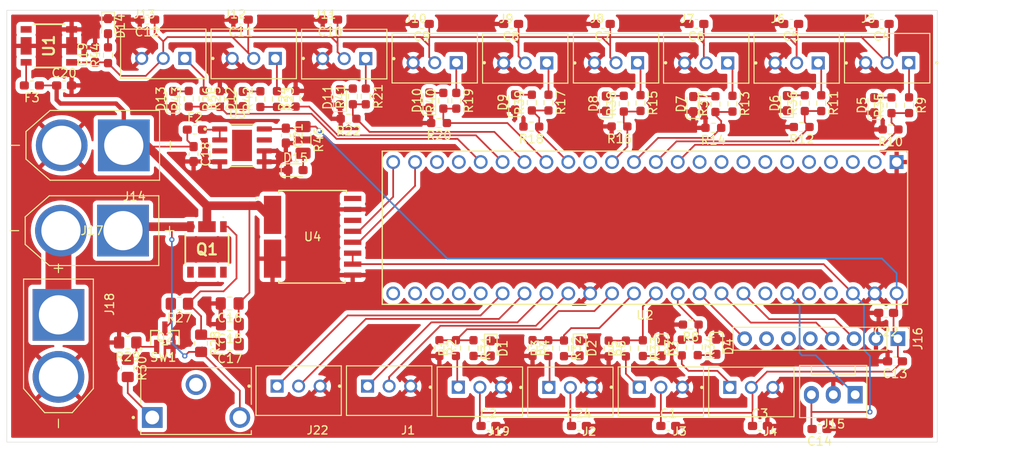
<source format=kicad_pcb>
(kicad_pcb (version 20240108) (generator "pcbnew") (generator_version "8.0")
  (layers (0 "F.Cu" signal) (31 "B.Cu" signal) (34 "B.Paste" user) (35 "F.Paste" user) (36 "B.SilkS" user "B.Silkscreen") (37 "F.SilkS" user "F.Silkscreen") (38 "B.Mask" user) (39 "F.Mask" user) (44 "Edge.Cuts" user))
  (net 0 "")
  (net 1 "+5V")
  (net 2 "GND1")
  (net 3 "+12V")
  (net 4 "+3.3V")
  (net 5 "44.4V")
  (net 6 "Net-(Q1-G)")
  (net 7 "Signal Start Module")
  (net 8 "Net-(J17-NEG)")
  (net 9 "Line Sensor 1 3.3V")
  (net 10 "Line Sensor 1 5v")
  (net 11 "Line Sensor 2 5v")
  (net 12 "Line Sensor 2 3.3V")
  (net 13 "Line Sensor 3 5v")
  (net 14 "Line Sensor 3 3.3V")
  (net 15 "Line Sensor 4 5v")
  (net 16 "Line Sensor 4 3.3V")
  (net 17 "Distance Sensor 1 12V")
  (net 18 "Distance Sensor 1 3.3V")
  (net 19 "Distance Sensor 2 12V")
  (net 20 "Distance Sensor 2 3.3V")
  (net 21 "Distance Sensor 3 3.3V")
  (net 22 "Distance Sensor 3 12V")
  (net 23 "Distance Sensor 4 12V")
  (net 24 "Distance Sensor 4 3.3V")
  (net 25 "Distance Sensor 5 3.3V")
  (net 26 "Distance Sensor 5 12V")
  (net 27 "Distance Sensor 6 12V")
  (net 28 "Distance Sensor 6 3.3V")
  (net 29 "Distance Sensor 7 3.3V")
  (net 30 "Distance Sensor 7 12V")
  (net 31 "Distance Sensor 8 3.3V")
  (net 32 "Distance Sensor 8 12V")
  (net 33 "Distance Sensor 9 3.3V")
  (net 34 "Distance Sensor 9 12V")
  (net 35 "Net-(Q2-D)")
  (net 36 "Net-(Q2-G)")
  (net 37 "Net-(SW1-A)")
  (net 38 "Net-(D1-A)")
  (net 39 "Net-(D2-A)")
  (net 40 "Net-(D3-A)")
  (net 41 "Net-(D4-A)")
  (net 42 "Net-(D5-A)")
  (net 43 "Net-(D6-A)")
  (net 44 "Net-(D7-A)")
  (net 45 "Net-(D8-A)")
  (net 46 "Net-(D9-A)")
  (net 47 "Net-(D10-A)")
  (net 48 "Net-(D11-A)")
  (net 49 "Net-(D12-A)")
  (net 50 "Net-(D13-A)")
  (net 51 "Net-(D15-A)")
  (net 52 "Net-(D14-A)")
  (net 53 "PWM MD2")
  (net 54 "Direction MD2")
  (net 55 "SDA")
  (net 56 "PWM MD1")
  (net 57 "Direction MD1")
  (net 60 "SCL")
  (net 66 "Interupt")
  (net 81 "Net-(U3-EN)")
  (net 82 "Net-(U1-VIN)")
  (net 85 "Vref Current Sensor")
  (net 86 "Vout Current Sensor")
  (net 87 "Net-(J17-POS)")
  (footprint "Resistor_SMD:R_0805_2012Metric_Pad1.20x1.40mm_HandSolder" (layer "F.Cu") (at 62.38 60.44 180)
    (property "Reference" "R27")
    (property "Value" "15k")
  )
  (footprint "LED_SMD:LED_0603_1608Metric_Pad1.05x0.95mm_HandSolder" (layer "F.Cu") (at 124.68 65.435 -90)
    (property "Reference" "D4")
    (property "Value" "LED")
  )
  (footprint "Teensy try:Teensy41 (1)" (layer "F.Cu") (at 116.39 51.62 180)
    (property "Reference" "U2")
    (property "Value" "Teensy4.1")
  )
  (footprint "XT60-M:AMASS_XT60-M" (layer "F.Cu") (at 52.23 51.96 180)
    (property "Reference" "J17")
    (property "Value" "XT60-M")
  )
  (footprint "Capacitor_SMD:C_0603_1608Metric_Pad1.08x0.95mm_HandSolder" (layer "F.Cu") (at 58.6375 27.475 180)
    (property "Reference" "C12")
    (property "Value" "C")
  )
  (footprint "Resistor_SMD:R_0603_1608Metric_Pad0.98x0.95mm_HandSolder" (layer "F.Cu") (at 120.67 65.5275 90)
    (property "Reference" "R7")
    (property "Value" "R")
  )
  (footprint "Resistor_SMD:R_0603_1608Metric_Pad0.98x0.95mm_HandSolder" (layer "F.Cu") (at 105.2 37.1025 -90)
    (property "Reference" "R17")
    (property "Value" "R")
  )
  (footprint "LED_SMD:LED_0603_1608Metric_Pad1.05x0.95mm_HandSolder" (layer "F.Cu") (at 122 37.275 90)
    (property "Reference" "D7")
    (property "Value" "LED")
  )
  (footprint "LED_SMD:LED_0603_1608Metric_Pad1.05x0.95mm_HandSolder" (layer "F.Cu") (at 143 37.4 90)
    (property "Reference" "D5")
    (property "Value" "LED")
  )
  (footprint "Jst Xh 2.5-3 Pin:JST_B3B-XH-A_LF__SN_" (layer "F.Cu") (at 107.74 70.675 180)
    (property "Reference" "J2")
    (property "Value" "Conn_01x03_MountingPin")
  )
  (footprint "Jst Xh 2.5-3 Pin:JST_B3B-XH-A_LF__SN_" (layer "F.Cu") (at 123.5 31.975)
    (property "Reference" "J7")
    (property "Value" "Conn_01x03_MountingPin")
  )
  (footprint "Capacitor_SMD:C_0603_1608Metric_Pad1.08x0.95mm_HandSolder" (layer "F.Cu") (at 90.5 27.975 180)
    (property "Reference" "C9")
    (property "Value" "C")
  )
  (footprint "LED_SMD:LED_0603_1608Metric_Pad1.05x0.95mm_HandSolder" (layer "F.Cu") (at 111.86 37.215 90)
    (property "Reference" "D8")
    (property "Value" "LED")
  )
  (footprint "Capacitor_SMD:C_0603_1608Metric_Pad1.08x0.95mm_HandSolder" (layer "F.Cu") (at 98.24 74.625)
    (property "Reference" "C2")
    (property "Value" "C")
  )
  (footprint "Capacitor_SMD:C_0603_1608Metric_Pad1.08x0.95mm_HandSolder" (layer "F.Cu") (at 64.02 43.0725 -90)
    (property "Reference" "C18")
    (property "Value" "C")
  )
  (footprint "Capacitor_SMD:C_0603_1608Metric_Pad1.08x0.95mm_HandSolder" (layer "F.Cu") (at 144.3775 61.5 180)
    (property "Reference" "C22")
    (property "Value" "C")
  )
  (footprint "Connector_PinHeader_2.54mm:PinHeader_1x08_P2.54mm_Vertical" (layer "F.Cu") (at 145.74 64.5 -90)
    (property "Reference" "J16")
    (property "Value" "Conn_01x08_Pin")
  )
  (footprint "LED_SMD:LED_0603_1608Metric_Pad1.05x0.95mm_HandSolder" (layer "F.Cu") (at 54.09 28.235 -90)
    (property "Reference" "D14")
    (property "Value" "LED")
  )
  (footprint "Capacitor_SMD:C_0603_1608Metric_Pad1.08x0.95mm_HandSolder" (layer "F.Cu") (at 79.8625 27.475 180)
    (property "Reference" "C10")
    (property "Value" "C")
  )
  (footprint "Resistor_SMD:R_0603_1608Metric_Pad0.98x0.95mm_HandSolder" (layer "F.Cu") (at 134.5775 39.93 180)
    (property "Reference" "R12")
    (property "Value" "R")
  )
  (footprint "Capacitor_SMD:C_0603_1608Metric_Pad1.08x0.95mm_HandSolder" (layer "F.Cu") (at 145.41 67.125 180)
    (property "Reference" "C13")
    (property "Value" "C")
  )
  (footprint "Resistor_SMD:R_0603_1608Metric_Pad0.98x0.95mm_HandSolder" (layer "F.Cu") (at 103.35 65.5825 -90)
    (property "Reference" "R4")
    (property "Value" "R")
  )
  (footprint "Resistor_SMD:R_0603_1608Metric_Pad0.98x0.95mm_HandSolder" (layer "F.Cu") (at 144.8925 40.22 180)
    (property "Reference" "R10")
    (property "Value" "R")
  )
  (footprint "Resistor_SMD:R_0603_1608Metric_Pad0.98x0.95mm_HandSolder" (layer "F.Cu") (at 93 36.8875 90)
    (property "Reference" "R40")
    (property "Value" "R")
  )
  (footprint "Resistor_SMD:R_0603_1608Metric_Pad0.98x0.95mm_HandSolder" (layer "F.Cu") (at 122.52 65.4925 -90)
    (property "Reference" "R34")
    (property "Value" "R")
  )
  (footprint "Jst Xh 2.5-3 Pin:JST_B3B-XH-A_LF__SN_" (layer "F.Cu") (at 128.74 70.675 180)
    (property "Reference" "J4")
    (property "Value" "Conn_01x03_MountingPin")
  )
  (footprint "12Vvoltagereg:S1142A50IE6T1U" (layer "F.Cu") (at 47.23 30.52 90)
    (property "Reference" "U1")
    (property "Value" "S-1142DA0I-E6T1U" (hide yes))
  )
  (footprint "TQL850CSV50_RLG(5vmotordriver):SOIC127P600X170-9N" (layer "F.Cu") (at 69.64 42.07)
    (property "Reference" "U3")
    (property "Value" "TQL850CSV50_RLG")
  )
  (footprint "Resistor_SMD:R_0603_1608Metric_Pad0.98x0.95mm_HandSolder" (layer "F.Cu") (at 73.69 36.6875 -90)
    (property "Reference" "R23")
    (property "Value" "R")
  )
  (footprint "LED_SMD:LED_0603_1608Metric_Pad1.05x0.95mm_HandSolder" (layer "F.Cu") (at 98.5 65.625 -90)
    (property "Reference" "D1")
    (property "Value" "LED")
  )
  (footprint "Resistor_SMD:R_0603_1608Metric_Pad0.98x0.95mm_HandSolder" (layer "F.Cu") (at 75.86 36.6525 90)
    (property "Reference" "R24")
    (property "Value" "R")
  )
  (footprint "Resistor_SMD:R_0603_1608Metric_Pad0.98x0.95mm_HandSolder" (layer "F.Cu") (at 103.21 39.89 180)
    (property "Reference" "R18")
    (property "Value" "R")
  )
  (footprint "Capacitor_SMD:C_0603_1608Metric_Pad1.08x0.95mm_HandSolder" (layer "F.Cu") (at 48.9925 35.11)
    (property "Reference" "C20")
    (property "Value" "C")
  )
  (footprint "Capacitor_SMD:C_0805_2012Metric_Pad1.18x1.45mm_HandSolder" (layer "F.Cu") (at 68.2275 65.13 180)
    (property "Reference" "C17")
    (property "Value" "1uF")
  )
  (footprint "Jst Xh 2.5-3 Pin:JST_B3B-XH-A_LF__SN_" (layer "F.Cu") (at 60.5 31.45)
    (property "Reference" "J13")
    (property "Value" "Conn_01x03_MountingPin")
  )
  (footprint "Resistor_SMD:R_0603_1608Metric_Pad0.98x0.95mm_HandSolder" (layer "F.Cu") (at 124.57 37.2775 90)
    (property "Reference" "R37")
    (property "Value" "R")
  )
  (footprint "Resistor_SMD:R_0603_1608Metric_Pad0.98x0.95mm_HandSolder" (layer "F.Cu") (at 103.27 37.1025 90)
    (property "Reference" "R39")
    (property "Value" "R")
  )
  (footprint "LED_SMD:LED_0603_1608Metric_Pad1.05x0.95mm_HandSolder" (layer "F.Cu") (at 108.81 65.605 -90)
    (property "Reference" "D2")
    (property "Value" "LED")
  )
  (footprint "Resistor_SMD:R_0805_2012Metric_Pad1.20x1.40mm_HandSolder" (layer "F.Cu") (at 56.38 67.94 -90)
    (property "Reference" "R30")
    (property "Value" "8k")
  )
  (footprint "Jst Xh 2.5-3 Pin:JST_B3B-XH-A_LF__SN_" (layer "F.Cu") (at 86.71 70.525 180)
    (property "Reference" "J1")
    (property "Value" "Conn_01x03_MountingPin")
  )
  (footprint "LED_SMD:LED_0603_1608Metric_Pad1.05x0.95mm_HandSolder" (layer "F.Cu") (at 91.375 36.85 90)
    (property "Reference" "D10")
    (property "Value" "LED")
  )
  (footprint "Resistor_SMD:R_0805_2012Metric_Pad1.20x1.40mm_HandSolder" (layer "F.Cu") (at 64.89 65.03 -90)
    (property "Reference" "R28")
    (property "Value" "10k")
  )
  (footprint "Resistor_SMD:R_0603_1608Metric_Pad0.98x0.95mm_HandSolder" (layer "F.Cu") (at 145 37.4125 90)
    (property "Reference" "R35")
    (property "Value" "R")
  )
  (footprint "LED_SMD:LED_0603_1608Metric_Pad1.05x0.95mm_HandSolder" (layer "F.Cu") (at 101.32 37.065 90)
    (property "Reference" "D9")
    (property "Value" "LED")
  )
  (footprint "Capacitor_SMD:C_0603_1608Metric_Pad1.08x0.95mm_HandSolder" (layer "F.Cu") (at 119.1025 74.625)
    (property "Reference" "C1")
    (property "Value" "C")
  )
  (footprint "Jst Xh 2.5-3 Pin:JST_B3B-XH-A_LF__SN_" (layer "F.Cu") (at 144.5 31.95)
    (property "Reference" "J5")
    (property "Value" "Conn_01x03_MountingPin")
  )
  (footprint "Resistor_SMD:R_0805_2012Metric_Pad1.20x1.40mm_HandSolder" (layer "F.Cu") (at 56.38 64.94 180)
    (property "Reference" "R29")
    (property "Value" "1k")
  )
  (footprint "Resistor_SMD:R_0603_1608Metric_Pad0.98x0.95mm_HandSolder" (layer "F.Cu") (at 116.15 65.5975 -90)
    (property "Reference" "R33")
    (property "Value" "R")
  )
  (footprint "Resistor_SMD:R_0603_1608Metric_Pad0.98x0.95mm_HandSolder" (layer "F.Cu") (at 124.33 40.03 180)
    (property "Reference" "R14")
    (property "Value" "R")
  )
  (footprint "Capacitor_SMD:C_0603_1608Metric_Pad1.08x0.95mm_HandSolder" (layer "F.Cu") (at 111.5 27.975 180)
    (property "Reference" "C7")
    (property "Value" "C")
  )
  (footprint "Capacitor_SMD:C_0603_1608Metric_Pad1.08x0.95mm_HandSolder" (layer "F.Cu") (at 136.6525 74.975 180)
    (property "Reference" "C14")
    (property "Value" "C")
  )
  (footprint "Resistor_SMD:R_0603_1608Metric_Pad0.98x0.95mm_HandSolder" (layer "F.Cu") (at 71.77 36.6975 90)
    (property "Reference" "R42")
    (property "Value" "R")
  )
  (footprint "Capacitor_SMD:C_0603_1608Metric_Pad1.08x0.95mm_HandSolder" (layer "F.Cu") (at 122.3625 27.975 180)
    (property "Reference" "C6")
    (property "Value" "C")
  )
  (footprint "Resistor_SMD:R_0603_1608Metric_Pad0.98x0.95mm_HandSolder" (layer "F.Cu") (at 126.55 37.23 -90)
    (property "Reference" "R13")
    (property "Value" "R")
  )
  (footprint "Capacitor_SMD:C_0805_2012Metric_Pad1.18x1.45mm_HandSolder" (layer "F.Cu") (at 68.21 60.41 180)
    (property "Reference" "C16")
    (property "Value" "1uF")
  )
  (footprint "XT60-M:AMASS_XT60-M" (layer "F.Cu") (at 48.34 65.33 -90)
    (property "Reference" "J18")
    (property "Value" "XT60-M")
  )
  (footprint "Capacitor_SMD:C_0603_1608Metric_Pad1.08x0.95mm_HandSolder" (layer "F.Cu") (at 133.3625 27.975 180)
    (property "Reference" "C5")
    (property "Value" "C")
  )
  (footprint "Resistor_SMD:R_0603_1608Metric_Pad0.98x0.95mm_HandSolder" (layer "F.Cu") (at 147.04 37.4075 -90)
    (property "Reference" "R9")
    (property "Value" "R")
  )
  (footprint "Resistor_SMD:R_0603_1608Metric_Pad0.98x0.95mm_HandSolder" (layer "F.Cu") (at 92.5 39.475 180)
    (property "Reference" "R20")
    (property "Value" "R")
  )
  (footprint "Capacitor_SMD:C_0603_1608Metric_Pad1.08x0.95mm_HandSolder" (layer "F.Cu") (at 129.74 74.625)
    (property "Reference" "C3")
    (property "Value" "C")
  )
  (footprint "LED_SMD:LED_0603_1608Metric_Pad1.05x0.95mm_HandSolder" (layer "F.Cu") (at 75.85 44.935)
    (property "Reference" "D15")
    (property "Value" "LED")
  )
  (footprint "Resistor_SMD:R_0603_1608Metric_Pad0.98x0.95mm_HandSolder" (layer "F.Cu") (at 82 38.975 180)
    (property "Reference" "R22")
    (property "Value" "R")
  )
  (footprint "Resistor_SMD:R_0603_1608Metric_Pad0.98x0.95mm_HandSolder" (layer "F.Cu") (at 63.46 36.6575 90)
    (property "Reference" "R43")
    (property "Value" "R")
  )
  (footprint "Resistor_SMD:R_0603_1608Metric_Pad0.98x0.95mm_HandSolder" (layer "F.Cu") (at 96.5 65.5875 -90)
    (property "Reference" "R31")
    (property "Value" "R")
  )
  (footprint "Jst Xh 2.5-3 Pin:JST_B3B-XH-A_LF__SN_" (layer "F.Cu") (at 92 31.95)
    (property "Reference" "J10")
    (property "Value" "Conn_01x03_MountingPin")
  )
  (footprint "Resistor_SMD:R_0603_1608Metric_Pad0.98x0.95mm_HandSolder" (layer "F.Cu") (at 113.94 37.2275 90)
    (property "Reference" "R38")
    (property "Value" "R")
  )
  (footprint "Capacitor_SMD:C_0603_1608Metric_Pad1.08x0.95mm_HandSolder" (layer "F.Cu") (at 143.8625 27.975 180)
    (property "Reference" "C4")
    (property "Value" "C")
  )
  (footprint "Capacitor_SMD:C_0603_1608Metric_Pad1.08x0.95mm_HandSolder" (layer "F.Cu") (at 52.59 31.5675 90)
    (property "Reference" "C19")
    (property "Value" "C")
  )
  (footprint "Capacitor_SMD:C_0603_1608Metric_Pad1.08x0.95mm_HandSolder" (layer "F.Cu") (at 108.74 74.625)
    (property "Reference" "C24")
    (property "Value" "C")
  )
  (footprint "Resistor_SMD:R_0603_1608Metric_Pad0.98x0.95mm_HandSolder" (layer "F.Cu") (at 105.175 65.5875 90)
    (property "Reference" "R3")
    (property "Value" "R")
  )
  (footprint "Resistor_SMD:R_0603_1608Metric_Pad0.98x0.95mm_HandSolder" (layer "F.Cu") (at 67.07 36.6775 90)
    (property "Reference" "R26")
    (property "Value" "R")
  )
  (footprint "XT60-M:AMASS_XT60-M" (layer "F.Cu") (at 52.32 42.06 180)
    (property "Reference" "J14")
    (property "Value" "XT60-M")
  )
  (footprint "Resistor_SMD:R_0603_1608Metric_Pad0.98x0.95mm_HandSolder" (layer "F.Cu") (at 65.19 36.6475 -90)
    (property "Reference" "R25")
    (property "Value" "R")
  )
  (footprint "Jst Xh 2.5-3 Pin:JST_B3B-XH-A_LF__SN_" (layer "F.Cu") (at 102.5 31.975)
    (property "Reference" "J9")
    (property "Value" "Conn_01x03_MountingPin")
  )
  (footprint "Resistor_SMD:R_0603_1608Metric_Pad0.98x0.95mm_HandSolder" (layer "F.Cu") (at 92.54 65.5875 -90)
    (property "Reference" "R2")
    (property "Value" "R")
  )
  (footprint "Resistor_SMD:R_0603_1608Metric_Pad0.98x0.95mm_HandSolder" (layer "F.Cu") (at 114.18 65.6325 90)
    (property "Reference" "R5")
    (property "Value" "R")
  )
  (footprint "LED_SMD:LED_0603_1608Metric_Pad1.05x0.95mm_HandSolder" (layer "F.Cu") (at 61.64 36.675 90)
    (property "Reference" "D13")
    (property "Value" "LED")
  )
  (footprint "Jst Xh 2.5-3 Pin:JST_B3B-XH-A_LF__SN_" (layer "F.Cu") (at 81.5 31.475)
    (property "Reference" "J11")
    (property "Value" "Conn_01x03_MountingPin")
  )
  (footprint "Jst Xh 2.5-3 Pin:JST_B3B-XH-A_LF__SN_" (layer "F.Cu") (at 97.24 70.65 180)
    (property "Reference" "J19")
    (property "Value" "Conn_01x03_MountingPin")
  )
  (footprint "Capacitor_SMD:C_0603_1608Metric_Pad1.08x0.95mm_HandSolder" (layer "F.Cu") (at 69.5 27.475 180)
    (property "Reference" "C11")
    (property "Value" "C")
  )
  (footprint "Resistor_SMD:R_0603_1608Metric_Pad0.98x0.95mm_HandSolder" (layer "F.Cu") (at 94.4625 65.5875 90)
    (property "Reference" "R1")
    (property "Value" "R")
  )
  (footprint "Resistor_SMD:R_0603_1608Metric_Pad0.98x0.95mm_HandSolder" (layer "F.Cu") (at 84 36.3875 -90)
    (property "Reference" "R21")
    (property "Value" "R")
  )
  (footprint "Jst Xh 2.5-3 Pin:JST_B3B-XH-A_LF__SN_" (layer "F.Cu") (at 71 31.45)
    (property "Reference" "J12")
    (property "Value" "Conn_01x03_MountingPin")
  )
  (footprint "Jst Xh 2.5-3 Pin:JST_B3B-XH-A_LF__SN_" (layer "F.Cu") (at 134 31.975)
    (property "Reference" "J6")
    (property "Value" "Conn_01x03_MountingPin")
  )
  (footprint "Jst Xh 2.5-3 Pin:JST_B3B-XH-A_LF__SN_" (layer "F.Cu") (at 118.24 70.65 180)
    (property "Reference" "J3")
    (property "Value" "Conn_01x03_MountingPin")
  )
  (footprint "Capacitor_SMD:C_0603_1608Metric_Pad1.08x0.95mm_HandSolder" (layer "F.Cu") (at 100.8625 27.975 180)
    (property "Reference" "C8")
    (property "Value" "C")
  )
  (footprint "LED_SMD:LED_0603_1608Metric_Pad1.05x0.95mm_HandSolder" (layer "F.Cu") (at 69.73 36.685 90)
    (property "Reference" "D12")
    (property "Value" "LED")
  )
  (footprint "Fuse:Fuse_0603_1608Metric_Pad1.05x0.95mm_HandSolder" (layer "F.Cu") (at 45.255 35.11 180)
    (property "Reference" "F3")
    (property "Value" "Fuse")
  )
  (footprint "mosfetP:S1142A50IE6T1U" (layer "F.Cu") (at 65.57 54.14 180)
    (property "Reference" "Q1")
    (property "Value" "SQM40P10-40L_GE3" (hide yes))
  )
  (footprint "Capacitor_SMD:C_0603_1608Metric_Pad1.08x0.95mm_HandSolder" (layer "F.Cu") (at 74.725 40.935 -90)
    (property "Reference" "C21")
    (property "Value" "C")
  )
  (footprint "Jst Xh 2.5-3 Pin:JST_B3B-XH-A_LF__SN_" (layer "F.Cu") (at 76.21 70.525 180)
    (property "Reference" "J22")
    (property "Value" "Conn_01x03_MountingPin")
  )
  (footprint "G_107_0513(SWITCH):SW_G-107-0513" (layer "F.Cu") (at 64.305 71.735)
    (property "Reference" "SW1")
    (property "Value" "SW_SPST")
  )
  (footprint "Resistor_SMD:R_0603_1608Metric_Pad0.98x0.95mm_HandSolder" (layer "F.Cu") (at 112.18 65.6325 -90)
    (property "Reference" "R6")
    (property "Value" "R")
  )
  (footprint "Resistor_SMD:R_0603_1608Metric_Pad0.98x0.95mm_HandSolder" (layer "F.Cu") (at 94.5 36.8875 -90)
    (property "Reference" "R19")
    (property "Value" "R")
  )
  (footprint "Resistor_SMD:R_0603_1608Metric_Pad0.98x0.95mm_HandSolder" (layer "F.Cu") (at 107 65.6175 -90)
    (property "Reference" "R32")
    (property "Value" "R")
  )
  (footprint "Resistor_SMD:R_0603_1608Metric_Pad0.98x0.95mm_HandSolder" (layer "F.Cu") (at 121.71 62.86 180)
    (property "Reference" "R8")
    (property "Value" "R")
  )
  (footprint "Capacitor_SMD:C_0805_2012Metric_Pad1.18x1.45mm_HandSolder" (layer "F.Cu") (at 68.23 62.81 180)
    (property "Reference" "C15")
    (property "Value" "10uF")
  )
  (footprint "Resistor_SMD:R_0603_1608Metric_Pad0.98x0.95mm_HandSolder" (layer "F.Cu") (at 82.5 36.3875 90)
    (property "Reference" "R41")
    (property "Value" "R")
  )
  (footprint "(mosfet???):NMOSGSD_SOT-23_TO-236_VIS-M" (layer "F.Cu") (at 60.68996 64.3732)
    (property "Reference" "Q2")
    (property "Value" "SQ2318AES-T1_BE3")
  )
  (footprint "Resistor_SMD:R_1206_3216Metric_Pad1.30x1.75mm_HandSolder" (layer "F.Cu") (at 76.725 41.435 -90)
    (property "Reference" "R46")
    (property "Value" "R")
  )
  (footprint "Resistor_SMD:R_0603_1608Metric_Pad0.98x0.95mm_HandSolder" (layer "F.Cu") (at 134.94 37.1675 90)
    (property "Reference" "R36")
    (property "Value" "R")
  )
  (footprint "Fuse:Fuse_0603_1608Metric_Pad1.05x0.95mm_HandSolder" (layer "F.Cu") (at 64.165 40.24)
    (property "Reference" "F2")
    (property "Value" "Fuse")
  )
  (footprint "LED_SMD:LED_0603_1608Metric_Pad1.05x0.95mm_HandSolder" (layer "F.Cu") (at 81 36.475 90)
    (property "Reference" "D11")
    (property "Value" "LED")
  )
  (footprint "Resistor_SMD:R_0603_1608Metric_Pad0.98x0.95mm_HandSolder" (layer "F.Cu") (at 136.85 37.1675 -90)
    (property "Reference" "R11")
    (property "Value" "R")
  )
  (footprint "LED_SMD:LED_0603_1608Metric_Pad1.05x0.95mm_HandSolder" (layer "F.Cu") (at 118.32 65.615 -90)
    (property "Reference" "D3")
    (property "Value" "LED")
  )
  (footprint "LED_SMD:LED_0603_1608Metric_Pad1.05x0.95mm_HandSolder" (layer "F.Cu") (at 132.87 37.165 90)
    (property "Reference" "D6")
    (property "Value" "LED")
  )
  (footprint "Resistor_SMD:R_0603_1608Metric_Pad0.98x0.95mm_HandSolder" (layer "F.Cu") (at 54.09 31.61 90)
    (property "Reference" "R44")
    (property "Value" "R")
  )
  (footprint "Resistor_SMD:R_0603_1608Metric_Pad0.98x0.95mm_HandSolder" (layer "F.Cu") (at 115.88 37.15 -90)
    (property "Reference" "R15")
    (property "Value" "R")
  )
  (footprint "Jst Xh 2.5-3 Pin:JST_B3B-XH-A_LF__SN_" (layer "F.Cu") (at 113.04 31.955)
    (property "Reference" "J8")
    (property "Value" "Conn_01x03_MountingPin")
  )
  (footprint "Current Sensor AEC-Q100 80ARMS 500KHZ HALL-EFFE:SOIC10_DVG_TEX" (layer "F.Cu") (at 77.829978 52.67)
    (property "Reference" "U4")
    (property "Value" "TMCS1126A1AQDVGRQ1")
  )
  (footprint "Connector:FanPinHeader_1x03_P2.54mm_Vertical" (layer "F.Cu") (at 140.79 71 180)
    (property "Reference" "J15")
    (property "Value" "Conn_01x03_Pin")
  )
  (footprint "Resistor_SMD:R_0603_1608Metric_Pad0.98x0.95mm_HandSolder" (layer "F.Cu") (at 113.44 39.87 180)
    (property "Reference" "R16")
    (property "Value" "R")
  )
  (gr_rect (start 42.35 26.39) (end 150.32 76.5) (stroke (width 0.05)) (fill none) (layer "Edge.Cuts"))
  (segment (start 76.725 39.885) (end 78.185 39.885) (width 0.2) (layer "F.Cu") (net 1))
  (segment (start 130.57 68.32) (end 145.0775 68.32) (width 0.2) (layer "F.Cu") (net 1))
  (segment (start 107.76 73.1) (end 107.74 73.08) (width 0.2) (layer "F.Cu") (net 1))
  (segment (start 107.74 73.08) (end 107.74 74.4875) (width 0.2) (layer "F.Cu") (net 1))
  (segment (start 76.5375 40.0725) (end 76.725 39.885) (width 0.2) (layer "F.Cu") (net 1))
  (segment (start 145.24 61.5) (end 145.24 64) (width 0.2) (layer "F.Cu") (net 1))
  (segment (start 107.76 73.1) (end 97.28 73.1) (width 0.2) (layer "F.Cu") (net 1))
  (segment (start 118.24 73.1) (end 107.76 73.1) (width 0.2) (layer "F.Cu") (net 1))
  (segment (start 97.28 73.1) (end 97.24 73.06) (width 0.2) (layer "F.Cu") (net 1))
  (segment (start 128.8775 70.2875) (end 128.74 70.15) (width 0.2) (layer "F.Cu") (net 1))
  (segment (start 118.24 73.1) (end 118.24 70.125) (width 0.2) (layer "F.Cu") (net 1))
  (segment (start 145.6 59.24) (end 145.6 61.14) (width 0.2) (layer "F.Cu") (net 1))
  (segment (start 74.6325 40.165) (end 74.725 40.0725) (width 0.2) (layer "F.Cu") (net 1))
  (segment (start 97.24 70.125) (end 97.24 73.06) (width 0.2) (layer "F.Cu") (net 1))
  (segment (start 107.74 70.15) (end 107.74 73.08) (width 0.2) (layer "F.Cu") (net 1))
  (segment (start 128.8775 74.625) (end 128.8775 73.1) (width 0.2) (layer "F.Cu") (net 1))
  (segment (start 145.0775 68.32) (end 146.2725 67.125) (width 0.2) (layer "F.Cu") (net 1))
  (segment (start 97.24 73.06) (end 97.24 74.4875) (width 0.2) (layer "F.Cu") (net 1))
  (segment (start 128.8775 73.1) (end 128.8775 70.2875) (width 0.2) (layer "F.Cu") (net 1))
  (segment (start 78.61 40.31) (end 78.61 40.35) (width 0.2) (layer "F.Cu") (net 1))
  (segment (start 128.74 70.15) (end 130.57 68.32) (width 0.2) (layer "F.Cu") (net 1))
  (segment (start 118.24 74.625) (end 118.24 73.1) (width 0.2) (layer "F.Cu") (net 1))
  (segment (start 72.225 40.165) (end 74.6325 40.165) (width 0.2) (layer "F.Cu") (net 1))
  (segment (start 78.65 40.35) (end 78.62 40.32) (width 0.2) (layer "F.Cu") (net 1))
  (segment (start 145.24 64) (end 145.74 64.5) (width 0.2) (layer "F.Cu") (net 1))
  (segment (start 145.74 64.5) (end 145.74 66.5925) (width 0.2) (layer "F.Cu") (net 1))
  (segment (start 145.6 61.14) (end 145.24 61.5) (width 0.2) (layer "F.Cu") (net 1))
  (segment (start 74.725 40.0725) (end 76.5375 40.0725) (width 0.2) (layer "F.Cu") (net 1))
  (segment (start 118.24 73.1) (end 128.8775 73.1) (width 0.2) (layer "F.Cu") (net 1))
  (segment (start 107.74 74.4875) (end 107.8775 74.625) (width 0.2) (layer "F.Cu") (net 1))
  (segment (start 97.24 74.4875) (end 97.3775 74.625) (width 0.2) (layer "F.Cu") (net 1))
  (segment (start 78.61 40.35) (end 78.65 40.35) (width 0.2) (layer "F.Cu") (net 1))
  (segment (start 78.185 39.885) (end 78.61 40.31) (width 0.2) (layer "F.Cu") (net 1))
  (segment (start 145.74 66.5925) (end 146.2725 67.125) (width 0.2) (layer "F.Cu") (net 1))
  (via (at 78.61 40.35) (size 0.6) (drill 0.3) (layers "F.Cu" "B.Cu") (net 1))
  (segment (start 93.45 55.19) (end 143.89 55.19) (width 0.2) (layer "B.Cu") (net 1))
  (segment (start 143.89 55.19) (end 145.6 56.9) (width 0.2) (layer "B.Cu") (net 1))
  (segment (start 78.61 40.35) (end 93.45 55.19) (width 0.2) (layer "B.Cu") (net 1))
  (segment (start 145.6 56.9) (end 145.6 59.24) (width 0.2) (layer "B.Cu") (net 1))
  (segment (start 57.775 31.75) (end 58 31.975) (width 0.2) (layer "F.Cu") (net 2))
  (segment (start 133 29.5) (end 134 30.5) (width 0.2) (layer "F.Cu") (net 3))
  (segment (start 144.725 29.5) (end 144.725 32.25) (width 0.2) (layer "F.Cu") (net 3))
  (segment (start 141.525 29.5) (end 144.5 32.475) (width 0.2) (layer "F.Cu") (net 3))
  (segment (start 144.725 32.25) (end 144.5 32.475) (width 0.2) (layer "F.Cu") (net 3))
  (segment (start 55.5675 34) (end 58.475 34) (width 0.2) (layer "F.Cu") (net 3))
  (segment (start 53.9975 32.43) (end 54.09 32.5225) (width 0.2) (layer "F.Cu") (net 3))
  (segment (start 61 29.5) (end 68.5 29.5) (width 0.2) (layer "F.Cu") (net 3))
  (segment (start 80.725 27.475) (end 80.725 30.5) (width 0.2) (layer "F.Cu") (net 3))
  (segment (start 58.475 34) (end 60.5 31.975) (width 0.2) (layer "F.Cu") (net 3))
  (segment (start 112.3625 30.5) (end 112.3625 31.8625) (width 0.2) (layer "F.Cu") (net 3))
  (segment (start 141.5 29.5) (end 141.525 29.5) (width 0.2) (layer "F.Cu") (net 3))
  (segment (start 52.59 32.43) (end 53.9975 32.43) (width 0.2) (layer "F.Cu") (net 3))
  (segment (start 80.725 31.225) (end 81.5 32) (width 0.2) (layer "F.Cu") (net 3))
  (segment (start 80.725 30.5) (end 80.725 31.225) (width 0.2) (layer "F.Cu") (net 3))
  (segment (start 89 29.5) (end 90 29.5) (width 0.2) (layer "F.Cu") (net 3))
  (segment (start 80 29.5) (end 80.725 30.225) (width 0.2) (layer "F.Cu") (net 3))
  (segment (start 141.5 29.5) (end 144.725 29.5) (width 0.2) (layer "F.Cu") (net 3))
  (segment (start 90 29.5) (end 101 29.5) (width 0.2) (layer "F.Cu") (net 3))
  (segment (start 80 29.5) (end 89 29.5) (width 0.2) (layer "F.Cu") (net 3))
  (segment (start 49.87 32.43) (end 52.59 32.43) (width 0.2) (layer "F.Cu") (net 3))
  (segment (start 101.725 30.5) (end 101.725 31.725) (width 0.2) (layer "F.Cu") (net 3))
  (segment (start 123.225 30.5) (end 123.225 32.225) (width 0.2) (layer "F.Cu") (net 3))
  (segment (start 101.725 31.725) (end 102.5 32.5) (width 0.2) (layer "F.Cu") (net 3))
  (segment (start 70.3625 31.3375) (end 71 31.975) (width 0.2) (layer "F.Cu") (net 3))
  (segment (start 68.5 29.5) (end 80 29.5) (width 0.2) (layer "F.Cu") (net 3))
  (segment (start 59.5 29) (end 60.5 30) (width 0.2) (layer "F.Cu") (net 3))
  (segment (start 80.725 30.225) (end 80.725 30.5) (width 0.2) (layer "F.Cu") (net 3))
  (segment (start 90 29.5) (end 90.3625 29.5) (width 0.2) (layer "F.Cu") (net 3))
  (segment (start 134 28.2) (end 134.225 27.975) (width 0.2) (layer "F.Cu") (net 3))
  (segment (start 111.5 29.6375) (end 112.3625 30.5) (width 0.2) (layer "F.Cu") (net 3))
  (segment (start 112.3625 27.975) (end 112.3625 30.5) (width 0.2) (layer "F.Cu") (net 3))
  (segment (start 123.225 32.225) (end 123.5 32.5) (width 0.2) (layer "F.Cu") (net 3))
  (segment (start 54.09 32.5225) (end 55.5675 34) (width 0.2) (layer "F.Cu") (net 3))
  (segment (start 122.5 29.5) (end 123.225 30.225) (width 0.2) (layer "F.Cu") (net 3))
  (segment (start 91.3625 27.975) (end 91.3625 30.5) (width 0.2) (layer "F.Cu") (net 3))
  (segment (start 111.5 29.5) (end 122.5 29.5) (width 0.2) (layer "F.Cu") (net 3))
  (segment (start 68.5 29.5) (end 68.525 29.5) (width 0.2) (layer "F.Cu") (net 3))
  (segment (start 60.5 30) (end 61 29.5) (width 0.2) (layer "F.Cu") (net 3))
  (segment (start 68.525 29.5) (end 71 31.975) (width 0.2) (layer "F.Cu") (net 3))
  (segment (start 134 30.5) (end 134 32.5) (width 0.2) (layer "F.Cu") (net 3))
  (segment (start 60.5 31.975) (end 60.5 30) (width 0.2) (layer "F.Cu") (net 3))
  (segment (start 123.225 27.975) (end 123.225 30.5) (width 0.2) (layer "F.Cu") (net 3))
  (segment (start 70.3625 27.475) (end 70.3625 31.3375) (width 0.2) (layer "F.Cu") (net 3))
  (segment (start 91.3625 30.5) (end 91.3625 31.8375) (width 0.2) (layer "F.Cu") (net 3))
  (segment (start 111.5 29.5) (end 111.5 29.6375) (width 0.2) (layer "F.Cu") (net 3))
  (segment (start 59.5 27.475) (end 59.5 29) (width 0.2) (layer "F.Cu") (net 3))
  (segment (start 112.3625 31.8625) (end 113 32.5) (width 0.2) (layer "F.Cu") (net 3))
  (segment (start 101.725 30.225) (end 101.725 30.5) (width 0.2) (layer "F.Cu") (net 3))
  (segment (start 122.5 29.5) (end 133 29.5) (width 0.2) (layer "F.Cu") (net 3))
  (segment (start 101 29.5) (end 111.5 29.5) (width 0.2) (layer "F.Cu") (net 3))
  (segment (start 101 29.5) (end 101.725 30.225) (width 0.2) (layer "F.Cu") (net 3))
  (segment (start 144.725 27.975) (end 144.725 29.5) (width 0.2) (layer "F.Cu") (net 3))
  (segment (start 133 29.5) (end 141.5 29.5) (width 0.2) (layer "F.Cu") (net 3))
  (segment (start 91.3625 31.8375) (end 92 32.475) (width 0.2) (layer "F.Cu") (net 3))
  (segment (start 101.725 27.975) (end 101.725 30.5) (width 0.2) (layer "F.Cu") (net 3))
  (segment (start 134 32.5) (end 134 28.2) (width 0.2) (layer "F.Cu") (net 3))
  (segment (start 123.225 30.225) (end 123.225 30.5) (width 0.2) (layer "F.Cu") (net 3))
  (segment (start 90.3625 29.5) (end 91.3625 30.5) (width 0.2) (layer "F.Cu") (net 3))
  (segment (start 135.71 71) (end 135.71 73) (width 0.2) (layer "F.Cu") (net 4))
  (segment (start 82.479976 54.575) (end 82.479976 55.845) (width 0.2) (layer "F.Cu") (net 4))
  (segment (start 137.125 55.845) (end 140.52 59.24) (width 0.2) (layer "F.Cu") (net 4))
  (segment (start 82.479976 55.845) (end 137.125 55.845) (width 0.2) (layer "F.Cu") (net 4))
  (segment (start 135.71 74.895) (end 135.79 74.975) (width 0.2) (layer "F.Cu") (net 4))
  (segment (start 135.71 73) (end 142.5 73) (width 0.2) (layer "F.Cu") (net 4))
  (segment (start 135.71 73) (end 135.71 74.895) (width 0.2) (layer "F.Cu") (net 4))
  (via (at 142.5 73) (size 0.6) (drill 0.3) (layers "F.Cu" "B.Cu") (net 4))
  (segment (start 141.81 60.53) (end 140.52 59.24) (width 0.2) (layer "B.Cu") (net 4))
  (segment (start 141.81 65.81) (end 141.81 60.53) (width 0.2) (layer "B.Cu") (net 4))
  (segment (start 142.5 66.5) (end 141.81 65.81) (width 0.2) (layer "B.Cu") (net 4))
  (segment (start 142.5 73) (end 142.5 66.5) (width 0.2) (layer "B.Cu") (net 4))
  (segment (start 55.03 37.21) (end 55.92 38.1) (width 0.5) (layer "F.Cu") (net 5))
  (segment (start 72.63 50.13) (end 73.18 50.13) (width 1) (layer "F.Cu") (net 5))
  (segment (start 56.07 42.21) (end 55.92 42.06) (width 0.2) (layer "F.Cu") (net 5))
  (segment (start 69.2475 60.41) (end 70.5 59.1575) (width 0.2) (layer "F.Cu") (net 5))
  (segment (start 63.29 40.24) (end 63.29 41.48) (width 0.2) (layer "F.Cu") (net 5))
  (segment (start 48.13 35.11) (end 48.13 36.77) (width 0.5) (layer "F.Cu") (net 5))
  (segment (start 71.5 49) (end 72.63 50.13) (width 1) (layer "F.Cu") (net 5))
  (segment (start 65.57 51.5) (end 65.57 49.07) (width 1) (layer "F.Cu") (net 5))
  (segment (start 69.2475 60.41) (end 69.2475 65.1125) (width 0.2) (layer "F.Cu") (net 5))
  (segment (start 64.02 42.21) (end 56.07 42.21) (width 0.2) (layer "F.Cu") (net 5))
  (segment (start 48.13 36.77) (end 48.57 37.21) (width 0.5) (layer "F.Cu") (net 5))
  (segment (start 65.57 49.07) (end 58.56 42.06) (width 1) (layer "F.Cu") (net 5))
  (segment (start 70.5 49.07) (end 71.43 49.07) (width 1) (layer "F.Cu") (net 5))
  (segment (start 46.13 35.11) (end 48.13 35.11) (width 0.2) (layer "F.Cu") (net 5))
  (segment (start 58.56 42.06) (end 55.92 42.06) (width 1) (layer "F.Cu") (net 5))
  (segment (start 55.92 38.1) (end 55.92 42.06) (width 0.5) (layer "F.Cu") (net 5))
  (segment (start 70.5 59.1575) (end 70.5 49.07) (width 0.2) (layer "F.Cu") (net 5))
  (segment (start 48.57 37.21) (end 55.03 37.21) (width 0.5) (layer "F.Cu") (net 5))
  (segment (start 69.2475 65.1125) (end 69.265 65.13) (width 0.2) (layer "F.Cu") (net 5))
  (segment (start 65.57 49.07) (end 70.5 49.07) (width 1) (layer "F.Cu") (net 5))
  (segment (start 71.43 49.07) (end 71.5 49) (width 1) (layer "F.Cu") (net 5))
  (segment (start 63.29 41.48) (end 64.02 42.21) (width 0.2) (layer "F.Cu") (net 5))
  (segment (start 68 51.5) (end 69 52.5) (width 0.2) (layer "F.Cu") (net 6))
  (segment (start 66.56 64.5) (end 65.36 64.5) (width 0.2) (layer "F.Cu") (net 6))
  (segment (start 69 52.5) (end 69 57.5) (width 0.2) (layer "F.Cu") (net 6))
  (segment (start 65.36 64.5) (end 64.89 64.03) (width 0.2) (layer "F.Cu") (net 6))
  (segment (start 64.89 61.89) (end 64.89 64.03) (width 0.2) (layer "F.Cu") (net 6))
  (segment (start 69 57.5) (end 67.5 59) (width 0.2) (layer "F.Cu") (net 6))
  (segment (start 63.38 60.44) (end 63.44 60.44) (width 0.2) (layer "F.Cu") (net 6))
  (segment (start 64.82 59) (end 63.38 60.44) (width 0.2) (layer "F.Cu") (net 6))
  (segment (start 67.19 65.13) (end 66.56 64.5) (width 0.2) (layer "F.Cu") (net 6))
  (segment (start 63.44 60.44) (end 64.89 61.89) (width 0.2) (layer "F.Cu") (net 6))
  (segment (start 67.48 51.5) (end 68 51.5) (width 0.2) (layer "F.Cu") (net 6))
  (segment (start 67.5 59) (end 64.82 59) (width 0.2) (layer "F.Cu") (net 6))
  (segment (start 134.61 66.43) (end 134.34 66.16) (width 0.2) (layer "B.Cu") (net 7))
  (segment (start 134.34 66.16) (end 134.34 60.68) (width 0.2) (layer "B.Cu") (net 7))
  (segment (start 134.34 60.68) (end 132.9 59.24) (width 0.2) (layer "B.Cu") (net 7))
  (segment (start 136.22 66.43) (end 134.61 66.43) (width 0.2) (layer "B.Cu") (net 7))
  (segment (start 140.79 71) (end 136.22 66.43) (width 0.2) (layer "B.Cu") (net 7))
  (segment (start 48.34 52.25) (end 48.63 51.96) (width 0.2) (layer "F.Cu") (net 8))
  (segment (start 48.34 61.73) (end 48.34 52.25) (width 3) (layer "F.Cu") (net 8))
  (segment (start 92.54 64.675) (end 94.4625 64.675) (width 0.2) (layer "F.Cu") (net 9))
  (segment (start 95.7375 63.4) (end 104.27 63.4) (width 0.2) (layer "F.Cu") (net 9))
  (segment (start 96.5 64.675) (end 94.4625 64.675) (width 0.2) (layer "F.Cu") (net 9))
  (segment (start 95.7375 63.4) (end 94.4625 64.675) (width 0.2) (layer "F.Cu") (net 9))
  (segment (start 106.38 61.29) (end 110.53 61.29) (width 0.2) (layer "F.Cu") (net 9))
  (segment (start 94.375 64.5875) (end 94.4625 64.675) (width 0.2) (layer "F.Cu") (net 9))
  (segment (start 104.27 63.4) (end 106.38 61.29) (width 0.2) (layer "F.Cu") (net 9))
  (segment (start 110.53 61.29) (end 112.58 59.24) (width 0.2) (layer "F.Cu") (net 9))
  (segment (start 94.615 66.625) (end 94.615 70) (width 0.2) (layer "F.Cu") (net 10))
  (segment (start 94.615 70) (end 94.74 70.125) (width 0.2) (layer "F.Cu") (net 10))
  (segment (start 105.3275 70.0625) (end 105.24 70.15) (width 0.2) (layer "F.Cu") (net 11))
  (segment (start 105.3275 66.625) (end 105.3275 70.0625) (width 0.2) (layer "F.Cu") (net 11))
  (segment (start 107 64.705) (end 107 64.1) (width 0.2) (layer "F.Cu") (net 12))
  (segment (start 105.175 64.675) (end 106.97 64.675) (width 0.2) (layer "F.Cu") (net 12))
  (segment (start 105.17 64.67) (end 105.175 64.675) (width 0.2) (layer "F.Cu") (net 12))
  (segment (start 105.0875 64.5875) (end 105.175 64.675) (width 0.2) (layer "F.Cu") (net 12))
  (segment (start 107.83 63.27) (end 111.09 63.27) (width 0.2) (layer "F.Cu") (net 12))
  (segment (start 107 64.1) (end 107.83 63.27) (width 0.2) (layer "F.Cu") (net 12))
  (segment (start 103.35 64.67) (end 105.17 64.67) (width 0.2) (layer "F.Cu") (net 12))
  (segment (start 106.97 64.675) (end 107 64.705) (width 0.2) (layer "F.Cu") (net 12))
  (segment (start 111.09 63.27) (end 115.12 59.24) (width 0.2) (layer "F.Cu") (net 12))
  (segment (start 114.18 66.545) (end 114.18 68.565) (width 0.2) (layer "F.Cu") (net 13))
  (segment (start 114.18 68.565) (end 115.74 70.125) (width 0.2) (layer "F.Cu") (net 13))
  (segment (start 112.18 64.72) (end 114.18 64.72) (width 0.2) (layer "F.Cu") (net 14))
  (segment (start 116.15 64.685) (end 116.15 60.75) (width 0.2) (layer "F.Cu") (net 14))
  (segment (start 116.15 60.75) (end 117.66 59.24) (width 0.2) (layer "F.Cu") (net 14))
  (segment (start 114.215 64.685) (end 114.18 64.72) (width 0.2) (layer "F.Cu") (net 14))
  (segment (start 116.15 64.685) (end 114.215 64.685) (width 0.2) (layer "F.Cu") (net 14))
  (segment (start 120.67 67.44) (end 121.46 68.23) (width 0.2) (layer "F.Cu") (net 15))
  (segment (start 121.46 68.23) (end 124.8 68.23) (width 0.2) (layer "F.Cu") (net 15))
  (segment (start 126.24 69.67) (end 126.24 70.15) (width 0.2) (layer "F.Cu") (net 15))
  (segment (start 124.8 68.23) (end 126.24 69.67) (width 0.2) (layer "F.Cu") (net 15))
  (segment (start 126.1525 70.0625) (end 126.24 70.15) (width 0.2) (layer "F.Cu") (net 15))
  (segment (start 120.67 66.44) (end 120.67 67.44) (width 0.2) (layer "F.Cu") (net 15))
  (segment (start 122.57 62.86) (end 120.2 60.49) (width 0.2) (layer "F.Cu") (net 16))
  (segment (start 122.485 64.615) (end 122.52 64.58) (width 0.2) (layer "F.Cu") (net 16))
  (segment (start 120.67 64.615) (end 122.485 64.615) (width 0.2) (layer "F.Cu") (net 16))
  (segment (start 122.6225 62.86) (end 122.57 62.86) (width 0.2) (layer "F.Cu") (net 16))
  (segment (start 122.52 62.9625) (end 122.6225 62.86) (width 0.2) (layer "F.Cu") (net 16))
  (segment (start 120.2 60.49) (end 120.2 59.24) (width 0.2) (layer "F.Cu") (net 16))
  (segment (start 122.52 64.58) (end 122.52 62.9625) (width 0.2) (layer "F.Cu") (net 16))
  (segment (start 147.04 32.515) (end 147 32.475) (width 0.2) (layer "F.Cu") (net 17))
  (segment (start 147.04 36.495) (end 147.04 32.515) (width 0.2) (layer "F.Cu") (net 17))
  (segment (start 147.04 38.32) (end 145.005 38.32) (width 0.2) (layer "F.Cu") (net 18))
  (segment (start 145 39.415) (end 145.805 40.22) (width 0.2) (layer "F.Cu") (net 18))
  (segment (start 122.2 42) (end 120.2 44) (width 0.2) (layer "F.Cu") (net 18))
  (segment (start 145 38.325) (end 145 39.415) (width 0.2) (layer "F.Cu") (net 18))
  (segment (start 144.025 42) (end 122.2 42) (width 0.2) (layer "F.Cu") (net 18))
  (segment (start 145.805 40.22) (end 144.025 42) (width 0.2) (layer "F.Cu") (net 18))
  (segment (start 145.005 38.32) (end 145 38.325) (width 0.2) (layer "F.Cu") (net 18))
  (segment (start 136.85 36.255) (end 136.85 32.85) (width 0.2) (layer "F.Cu") (net 19))
  (segment (start 136.85 32.85) (end 136.5 32.5) (width 0.2) (layer "F.Cu") (net 19))
  (segment (start 120.06 41.6) (end 117.66 44) (width 0.2) (layer "F.Cu") (net 20))
  (segment (start 134.94 38.08) (end 134.94 39.38) (width 0.2) (layer "F.Cu") (net 20))
  (segment (start 134.94 38.08) (end 136.85 38.08) (width 0.2) (layer "F.Cu") (net 20))
  (segment (start 133.82 41.6) (end 120.06 41.6) (width 0.2) (layer "F.Cu") (net 20))
  (segment (start 134.94 39.38) (end 135.49 39.93) (width 0.2) (layer "F.Cu") (net 20))
  (segment (start 135.49 39.93) (end 133.82 41.6) (width 0.2) (layer "F.Cu") (net 20))
  (segment (start 125.2425 39.2425) (end 125.2425 40.03) (width 0.2) (layer "F.Cu") (net 21))
  (segment (start 124.57 38.57) (end 125.2425 39.2425) (width 0.2) (layer "F.Cu") (net 21))
  (segment (start 124.5 37.8) (end 124.5 37.975) (width 0.2) (layer "F.Cu") (net 21))
  (segment (start 124.0725 41.2) (end 117.92 41.2) (width 0.2) (layer "F.Cu") (net 21))
  (segment (start 125.2425 40.03) (end 124.0725 41.2) (width 0.2) (layer "F.Cu") (net 21))
  (segment (start 126.5025 38.19) (end 126.55 38.1425) (width 0.2) (layer "F.Cu") (net 21))
  (segment (start 124.57 38.19) (end 124.57 38.57) (width 0.2) (layer "F.Cu") (net 21))
  (segment (start 124.57 38.19) (end 126.5025 38.19) (width 0.2) (layer "F.Cu") (net 21))
  (segment (start 117.92 41.2) (end 115.12 44) (width 0.2) (layer "F.Cu") (net 21))
  (segment (start 126.55 33.05) (end 126 32.5) (width 0.2) (layer "F.Cu") (net 22))
  (segment (start 126.55 36.3175) (end 126.55 33.05) (width 0.2) (layer "F.Cu") (net 22))
  (segment (start 115.88 36.2375) (end 115.88 32.82) (width 0.2) (layer "F.Cu") (net 23))
  (segment (start 115.88 32.82) (end 115.54 32.48) (width 0.2) (layer "F.Cu") (net 23))
  (segment (start 113.94 38.14) (end 113.94 39.4575) (width 0.2) (layer "F.Cu") (net 24))
  (segment (start 113.94 39.4575) (end 114.3525 39.87) (width 0.2) (layer "F.Cu") (net 24))
  (segment (start 113.94 38.14) (end 115.8025 38.14) (width 0.2) (layer "F.Cu") (net 24))
  (segment (start 114.3525 39.87) (end 114.3525 42.2275) (width 0.2) (layer "F.Cu") (net 24))
  (segment (start 115.8025 38.14) (end 115.88 38.0625) (width 0.2) (layer "F.Cu") (net 24))
  (segment (start 114.3525 42.2275) (end 112.58 44) (width 0.2) (layer "F.Cu") (net 24))
  (segment (start 105.2 38.015) (end 103.27 38.015) (width 0.2) (layer "F.Cu") (net 25))
  (segment (start 103.825 40.325) (end 107.5 44) (width 0.2) (layer "F.Cu") (net 25))
  (segment (start 104.1225 38.8675) (end 103.27 38.015) (width 0.2) (layer "F.Cu") (net 25))
  (segment (start 104.1225 39.89) (end 104.1225 38.8675) (width 0.2) (layer "F.Cu") (net 25))
  (segment (start 105.2 32.7) (end 105 32.5) (width 0.2) (layer "F.Cu") (net 26))
  (segment (start 105.2 36.19) (end 105.2 32.7) (width 0.2) (layer "F.Cu") (net 26))
  (segment (start 94.5 32.475) (end 94.5 35.975) (width 0.2) (layer "F.Cu") (net 27))
  (segment (start 94.5 37.8) (end 93 37.8) (width 0.2) (layer "F.Cu") (net 28))
  (segment (start 93 39.0625) (end 93.4125 39.475) (width 0.2) (layer "F.Cu") (net 28))
  (segment (start 93 37.8) (end 93 39.0625) (width 0.2) (layer "F.Cu") (net 28))
  (segment (start 100.435 39.475) (end 104.96 44) (width 0.2) (layer "F.Cu") (net 28))
  (segment (start 93.4125 39.475) (end 100.435 39.475) (width 0.2) (layer "F.Cu") (net 28))
  (segment (start 82.5 37.3) (end 84 37.3) (width 0.2) (layer "F.Cu") (net 29))
  (segment (start 84.4375 40.5) (end 98.92 40.5) (width 0.2) (layer "F.Cu") (net 29))
  (segment (start 82.5 37.3) (end 82.5 38.5625) (width 0.2) (layer "F.Cu") (net 29))
  (segment (start 82.5 38.5625) (end 82.9125 38.975) (width 0.2) (layer "F.Cu") (net 29))
  (segment (start 98.92 40.5) (end 102.42 44) (width 0.2) (layer "F.Cu") (net 29))
  (segment (start 82.9125 38.975) (end 84.4375 40.5) (width 0.2) (layer "F.Cu") (net 29))
  (segment (start 84 32) (end 84 35.475) (width 0.2) (layer "F.Cu") (net 30))
  (segment (start 73.68 37.61) (end 73.69 37.6) (width 0.2) (layer "F.Cu") (net 31))
  (segment (start 73.69 37.6) (end 75.825 37.6) (width 0.2) (layer "F.Cu") (net 31))
  (segment (start 77.425 37.565) (end 80.77 40.91) (width 0.2) (layer "F.Cu") (net 31))
  (segment (start 80.92 40.9) (end 96.78 40.9) (width 0.2) (layer "F.Cu") (net 31))
  (segment (start 96.78 40.9) (end 99.88 44) (width 0.2) (layer "F.Cu") (net 31))
  (segment (start 75.825 37.6) (end 75.86 37.565) (width 0.2) (layer "F.Cu") (net 31))
  (segment (start 71.77 37.61) (end 73.68 37.61) (width 0.2) (layer "F.Cu") (net 31))
  (segment (start 80.91 40.91) (end 80.92 40.9) (width 0.2) (layer "F.Cu") (net 31))
  (segment (start 80.77 40.91) (end 80.91 40.91) (width 0.2) (layer "F.Cu") (net 31))
  (segment (start 75.86 37.565) (end 77.425 37.565) (width 0.2) (layer "F.Cu") (net 31))
  (segment (start 73.69 35.775) (end 73.69 32.165) (width 0.2) (layer "F.Cu") (net 32))
  (segment (start 73.69 32.165) (end 73.5 31.975) (width 0.2) (layer "F.Cu") (net 32))
  (segment (start 67.47 37.17) (end 67.145 37.495) (width 0.2) (layer "F.Cu") (net 33))
  (segment (start 94.64 41.3) (end 97.34 44) (width 0.2) (layer "F.Cu") (net 33))
  (segment (start 67.8775 38.3975) (end 77.691814 38.3975) (width 0.2) (layer "F.Cu") (net 33))
  (segment (start 94.46 41.3) (end 94.64 41.3) (width 0.2) (layer "F.Cu") (net 33))
  (segment (start 65.18 37.57) (end 65.19 37.56) (width 0.2) (layer "F.Cu") (net 33))
  (segment (start 80.604314 41.31) (end 94.45 41.31) (width 0.2) (layer "F.Cu") (net 33))
  (segment (start 63.46 37.57) (end 65.18 37.57) (width 0.2) (layer "F.Cu") (net 33))
  (segment (start 77.691814 38.3975) (end 80.604314 41.31) (width 0.2) (layer "F.Cu") (net 33))
  (segment (start 65.19 37.56) (end 67.04 37.56) (width 0.2) (layer "F.Cu") (net 33))
  (segment (start 67.07 37.59) (end 67.8775 38.3975) (width 0.2) (layer "F.Cu") (net 33))
  (segment (start 94.45 41.31) (end 94.46 41.3) (width 0.2) (layer "F.Cu") (net 33))
  (segment (start 67.04 37.56) (end 67.07 37.59) (width 0.2) (layer "F.Cu") (net 33))
  (segment (start 65.19 34.165) (end 63 31.975) (width 0.2) (layer "F.Cu") (net 34))
  (segment (start 65.19 35.735) (end 65.19 34.165) (width 0.2) (layer "F.Cu") (net 34))
  (segment (start 61.38 60.44) (end 61.38 62.61636) (width 0.2) (layer "F.Cu") (net 35))
  (segment (start 61.38 62.61636) (end 60.68996 63.3064) (width 0.2) (layer "F.Cu") (net 35))
  (segment (start 57.88 65.44) (end 57.38 64.94) (width 0.2) (layer "F.Cu") (net 36))
  (segment (start 57.38 65.94) (end 56.38 66.94) (width 0.2) (layer "F.Cu") (net 36))
  (segment (start 57.38 64.94) (end 57.38 65.94) (width 0.2) (layer "F.Cu") (net 36))
  (segment (start 59.74 65.44) (end 57.88 65.44) (width 0.2) (layer "F.Cu") (net 36))
  (segment (start 56.38 66.94) (end 56.38 66.44) (width 0.2) (layer "F.Cu") (net 36))
  (segment (start 56.38 70.8) (end 59.22 73.64) (width 0.2) (layer "F.Cu") (net 37))
  (segment (start 56.38 68.94) (end 56.38 70.8) (width 0.2) (layer "F.Cu") (net 37))
  (segment (start 96.5 66.5) (end 98.5 66.5) (width 0.2) (layer "F.Cu") (net 38))
  (segment (start 108.76 66.53) (end 108.81 66.48) (width 0.2) (layer "F.Cu") (net 39))
  (segment (start 106.8 66.375) (end 106.675 66.5) (width 0.2) (layer "F.Cu") (net 39))
  (segment (start 107 66.53) (end 108.76 66.53) (width 0.2) (layer "F.Cu") (net 39))
  (segment (start 118.3 66.51) (end 118.32 66.49) (width 0.2) (layer "F.Cu") (net 40))
  (segment (start 118.4125 66.4125) (end 118.5 66.5) (width 0.2) (layer "F.Cu") (net 40))
  (segment (start 116.15 66.51) (end 118.3 66.51) (width 0.2) (layer "F.Cu") (net 40))
  (segment (start 122.52 66.405) (end 124.585 66.405) (width 0.2) (layer "F.Cu") (net 41))
  (segment (start 124.585 66.405) (end 124.68 66.31) (width 0.2) (layer "F.Cu") (net 41))
  (segment (start 144.5 36.5) (end 144.475 36.525) (width 0.2) (layer "F.Cu") (net 42))
  (segment (start 145 36.5) (end 144.5 36.5) (width 0.2) (layer "F.Cu") (net 42))
  (segment (start 144.475 36.525) (end 143 36.525) (width 0.2) (layer "F.Cu") (net 42))
  (segment (start 132.905 36.255) (end 132.87 36.29) (width 0.2) (layer "F.Cu") (net 43))
  (segment (start 134.94 36.255) (end 132.905 36.255) (width 0.2) (layer "F.Cu") (net 43))
  (segment (start 134.875 36.1) (end 135 35.975) (width 0.2) (layer "F.Cu") (net 43))
  (segment (start 124.57 36.365) (end 122.035 36.365) (width 0.2) (layer "F.Cu") (net 44))
  (segment (start 122.035 36.365) (end 122 36.4) (width 0.2) (layer "F.Cu") (net 44))
  (segment (start 111.885 36.315) (end 111.86 36.34) (width 0.2) (layer "F.Cu") (net 45))
  (segment (start 113.94 36.315) (end 111.885 36.315) (width 0.2) (layer "F.Cu") (net 45))
  (segment (start 103.27 36.19) (end 101.32 36.19) (width 0.2) (layer "F.Cu") (net 46))
  (segment (start 103.375 36.1) (end 103.5 35.975) (width 0.2) (layer "F.Cu") (net 46))
  (segment (start 91.375 35.975) (end 93 35.975) (width 0.2) (layer "F.Cu") (net 47))
  (segment (start 82.375 35.6) (end 82.5 35.475) (width 0.2) (layer "F.Cu") (net 48))
  (segment (start 81 35.6) (end 82.375 35.6) (width 0.2) (layer "F.Cu") (net 48))
  (segment (start 71.9625 35.5125) (end 72 35.475) (width 0.2) (layer "F.Cu") (net 49))
  (segment (start 69.73 35.81) (end 71.745 35.81) (width 0.2) (layer "F.Cu") (net 49))
  (segment (start 71.745 35.81) (end 71.77 35.785) (width 0.2) (layer "F.Cu") (net 49))
  (segment (start 61.64 35.8) (end 63.405 35.8) (width 0.2) (layer "F.Cu") (net 50))
  (segment (start 63.405 35.8) (end 63.46 35.745) (width 0.2) (layer "F.Cu") (net 50))
  (segment (start 76.725 42.985) (end 76.725 44.935) (width 0.2) (layer "F.Cu") (net 51))
  (segment (start 54.09 30.6975) (end 54.09 29.11) (width 0.2) (layer "F.Cu") (net 52))
  (segment (start 86.71 68.933683) (end 86.71 70) (width 0.2) (layer "F.Cu") (net 53))
  (segment (start 107.5 59.24) (end 103.74 63) (width 0.2) (layer "F.Cu") (net 53))
  (segment (start 103.74 63) (end 92.643683 63) (width 0.2) (layer "F.Cu") (net 53))
  (segment (start 92.643683 63) (end 86.71 68.933683) (width 0.2) (layer "F.Cu") (net 53))
  (segment (start 91.61 62.6) (end 101.6 62.6) (width 0.2) (layer "F.Cu") (net 54))
  (segment (start 101.6 62.6) (end 104.96 59.24) (width 0.2) (layer "F.Cu") (net 54))
  (segment (start 84.21 70) (end 91.61 62.6) (width 0.2) (layer "F.Cu") (net 54))
  (segment (start 136.25 62.63) (end 138.12 64.5) (width 0.2) (layer "F.Cu") (net 55))
  (segment (start 125.28 59.24) (end 128.67 62.63) (width 0.2) (layer "F.Cu") (net 55))
  (segment (start 128.67 62.63) (end 136.25 62.63) (width 0.2) (layer "F.Cu") (net 55))
  (segment (start 84.01 62.2) (end 76.21 70) (width 0.2) (layer "F.Cu") (net 56))
  (segment (start 99.46 62.2) (end 84.01 62.2) (width 0.2) (layer "F.Cu") (net 56))
  (segment (start 102.42 59.24) (end 99.46 62.2) (width 0.2) (layer "F.Cu") (net 56))
  (segment (start 81.91 61.8) (end 97.32 61.8) (width 0.2) (layer "F.Cu") (net 57))
  (segment (start 97.32 61.8) (end 99.88 59.24) (width 0.2) (layer "F.Cu") (net 57))
  (segment (start 73.71 70) (end 81.91 61.8) (width 0.2) (layer "F.Cu") (net 57))
  (segment (start 138.39 62.23) (end 140.66 64.5) (width 0.2) (layer "F.Cu") (net 60))
  (segment (start 130.81 62.23) (end 138.39 62.23) (width 0.2) (layer "F.Cu") (net 60))
  (segment (start 127.82 59.24) (end 130.81 62.23) (width 0.2) (layer "F.Cu") (net 60))
  (segment (start 127.96 64.5) (end 122.74 59.28) (width 0.2) (layer "F.Cu") (net 66))
  (segment (start 122.74 59.28) (end 122.74 59.24) (width 0.2) (layer "F.Cu") (net 66))
  (segment (start 66.98 40.24) (end 67.055 40.165) (width 0.2) (layer "F.Cu") (net 81))
  (segment (start 65.04 40.24) (end 66.98 40.24) (width 0.2) (layer "F.Cu") (net 81))
  (segment (start 67.055 41.435) (end 67.055 40.165) (width 0.2) (layer "F.Cu") (net 81))
  (segment (start 44.59 34.9) (end 44.38 35.11) (width 0.2) (layer "F.Cu") (net 82))
  (segment (start 44.59 32.43) (end 44.59 34.9) (width 0.2) (layer "F.Cu") (net 82))
  (segment (start 82.479976 52.035) (end 83.178476 52.035) (width 0.2) (layer "F.Cu") (net 85))
  (segment (start 83.178476 52.035) (end 87.18 48.033476) (width 0.2) (layer "F.Cu") (net 85))
  (segment (start 87.18 48.033476) (end 87.18 44) (width 0.2) (layer "F.Cu") (net 85))
  (segment (start 82.479976 53.305) (end 83.178476 53.305) (width 0.2) (layer "F.Cu") (net 86))
  (segment (start 89.72 46.763476) (end 89.72 44) (width 0.2) (layer "F.Cu") (net 86))
  (segment (start 83.178476 53.305) (end 89.72 46.763476) (width 0.2) (layer "F.Cu") (net 86))
  (segment (start 63.47 66.03) (end 63 66.5) (width 0.2) (layer "F.Cu") (net 87))
  (segment (start 56.29 51.5) (end 61.5 51.5) (width 1) (layer "F.Cu") (net 87))
  (segment (start 64.89 65.61) (end 65 65.5) (width 0.2) (layer "F.Cu") (net 87))
  (segment (start 55.83 51.96) (end 57.79 50) (width 0.2) (layer "F.Cu") (net 87))
  (segment (start 64.89 66.03) (end 63.47 66.03) (width 0.2) (layer "F.Cu") (net 87))
  (segment (start 55.83 51.96) (end 56.29 51.5) (width 0.2) (layer "F.Cu") (net 87))
  (segment (start 63.66 51.16) (end 63.66 51.5) (width 0.2) (layer "F.Cu") (net 87))
  (segment (start 55.83 51.96) (end 57.29 50.5) (width 0.2) (layer "F.Cu") (net 87))
  (segment (start 61.5 53) (end 61.5 51.5) (width 0.2) (layer "F.Cu") (net 87))
  (segment (start 69.385 70.525) (end 69.385 73.64) (width 0.2) (layer "F.Cu") (net 87))
  (segment (start 64.89 66.03) (end 69.385 70.525) (width 0.2) (layer "F.Cu") (net 87))
  (segment (start 61.5 51.5) (end 63.66 51.5) (width 1) (layer "F.Cu") (net 87))
  (via (at 61.5 53) (size 0.6) (drill 0.3) (layers "F.Cu" "B.Cu") (net 87))
  (via (at 63 66.5) (size 0.6) (drill 0.3) (layers "F.Cu" "B.Cu") (net 87))
  (segment (start 62 65.5) (end 61.5 65) (width 0.2) (layer "B.Cu") (net 87))
  (segment (start 63 66.5) (end 62 65.5) (width 0.2) (layer "B.Cu") (net 87))
  (segment (start 61.5 65) (end 61.5 53) (width 0.2) (layer "B.Cu") (net 87))
  (zone (net 2) (net_name "GND1") (layer "F.Cu") (connect_pads (clearance 0.5)) (min_thickness 0.25) (fill yes (thermal_gap 0.5) (thermal_bridge_width 0.5))
    (polygon (pts (xy 42.35 26.39) (xy 42.35 76.5) (xy 150.32 76.5) (xy 150.32 26.39)))
  )
)
</source>
